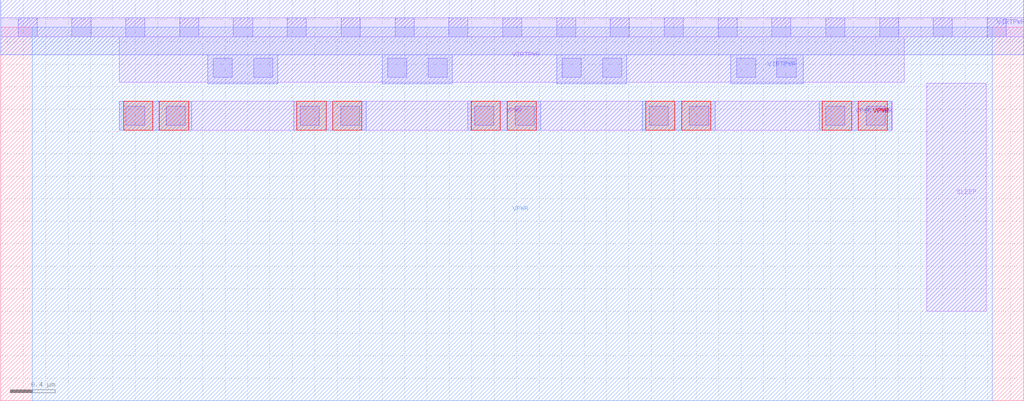
<source format=lef>
# Copyright 2020 The SkyWater PDK Authors
#
# Licensed under the Apache License, Version 2.0 (the "License");
# you may not use this file except in compliance with the License.
# You may obtain a copy of the License at
#
#     https://www.apache.org/licenses/LICENSE-2.0
#
# Unless required by applicable law or agreed to in writing, software
# distributed under the License is distributed on an "AS IS" BASIS,
# WITHOUT WARRANTIES OR CONDITIONS OF ANY KIND, either express or implied.
# See the License for the specific language governing permissions and
# limitations under the License.
#
# SPDX-License-Identifier: Apache-2.0

VERSION 5.7 ;
  NAMESCASESENSITIVE ON ;
  NOWIREEXTENSIONATPIN ON ;
  DIVIDERCHAR "/" ;
  BUSBITCHARS "[]" ;
UNITS
  DATABASE MICRONS 200 ;
END UNITS
MACRO sky130_fd_sc_lp__sleep_pargate_plv_7
  CLASS BLOCK ;
  FOREIGN sky130_fd_sc_lp__sleep_pargate_plv_7 ;
  ORIGIN  0.000000  0.000000 ;
  SIZE  9.120000 BY  3.330000 ;
  PIN SLEEP
    ANTENNAGATEAREA  1.050000 ;
    PORT
      LAYER li1 ;
        RECT 8.255000 0.800000 8.785000 2.830000 ;
    END
  END SLEEP
  PIN VIRTPWR
    ANTENNADIFFAREA  1.855000 ;
    PORT
      LAYER li1 ;
        RECT 0.000000 3.245000 9.120000 3.415000 ;
        RECT 1.055000 2.840000 8.055000 3.245000 ;
      LAYER mcon ;
        RECT 0.155000 3.245000 0.325000 3.415000 ;
        RECT 0.635000 3.245000 0.805000 3.415000 ;
        RECT 1.115000 3.245000 1.285000 3.415000 ;
        RECT 1.595000 3.245000 1.765000 3.415000 ;
        RECT 1.895000 2.885000 2.065000 3.055000 ;
        RECT 2.075000 3.245000 2.245000 3.415000 ;
        RECT 2.255000 2.885000 2.425000 3.055000 ;
        RECT 2.555000 3.245000 2.725000 3.415000 ;
        RECT 3.035000 3.245000 3.205000 3.415000 ;
        RECT 3.450000 2.885000 3.620000 3.055000 ;
        RECT 3.515000 3.245000 3.685000 3.415000 ;
        RECT 3.810000 2.885000 3.980000 3.055000 ;
        RECT 3.995000 3.245000 4.165000 3.415000 ;
        RECT 4.475000 3.245000 4.645000 3.415000 ;
        RECT 4.955000 3.245000 5.125000 3.415000 ;
        RECT 5.005000 2.885000 5.175000 3.055000 ;
        RECT 5.365000 2.885000 5.535000 3.055000 ;
        RECT 5.435000 3.245000 5.605000 3.415000 ;
        RECT 5.915000 3.245000 6.085000 3.415000 ;
        RECT 6.395000 3.245000 6.565000 3.415000 ;
        RECT 6.560000 2.885000 6.730000 3.055000 ;
        RECT 6.875000 3.245000 7.045000 3.415000 ;
        RECT 6.920000 2.885000 7.090000 3.055000 ;
        RECT 7.355000 3.245000 7.525000 3.415000 ;
        RECT 7.835000 3.245000 8.005000 3.415000 ;
        RECT 8.315000 3.245000 8.485000 3.415000 ;
        RECT 8.795000 3.245000 8.965000 3.415000 ;
      LAYER met1 ;
        RECT 0.000000 3.085000 9.120000 3.575000 ;
        RECT 1.845000 2.825000 2.470000 3.085000 ;
        RECT 3.400000 2.825000 4.025000 3.085000 ;
        RECT 4.955000 2.825000 5.580000 3.085000 ;
        RECT 6.510000 2.825000 7.155000 3.085000 ;
    END
  END VIRTPWR
  PIN VPWR
    USE POWER ;
    PORT
      LAYER li1 ;
        RECT 1.055000 2.410000 7.950000 2.670000 ;
      LAYER mcon ;
        RECT 1.115000 2.455000 1.285000 2.625000 ;
        RECT 1.475000 2.455000 1.645000 2.625000 ;
        RECT 2.670000 2.455000 2.840000 2.625000 ;
        RECT 3.030000 2.455000 3.200000 2.625000 ;
        RECT 4.225000 2.455000 4.395000 2.625000 ;
        RECT 4.585000 2.455000 4.755000 2.625000 ;
        RECT 5.780000 2.455000 5.950000 2.625000 ;
        RECT 6.140000 2.455000 6.310000 2.625000 ;
        RECT 7.355000 2.455000 7.525000 2.625000 ;
        RECT 7.715000 2.455000 7.885000 2.625000 ;
      LAYER met1 ;
        RECT 1.055000 2.410000 1.705000 2.670000 ;
        RECT 2.610000 2.410000 3.260000 2.670000 ;
        RECT 4.165000 2.410000 4.815000 2.670000 ;
        RECT 5.720000 2.410000 6.370000 2.670000 ;
        RECT 7.295000 2.410000 7.945000 2.670000 ;
      LAYER met2 ;
        RECT 0.280000 0.000000 8.840000 3.330000 ;
      LAYER via ;
        RECT 1.095000 2.410000 1.355000 2.670000 ;
        RECT 1.415000 2.410000 1.675000 2.670000 ;
        RECT 2.640000 2.410000 2.900000 2.670000 ;
        RECT 2.960000 2.410000 3.220000 2.670000 ;
        RECT 4.195000 2.410000 4.455000 2.670000 ;
        RECT 4.515000 2.410000 4.775000 2.670000 ;
        RECT 5.750000 2.410000 6.010000 2.670000 ;
        RECT 6.070000 2.410000 6.330000 2.670000 ;
        RECT 7.325000 2.410000 7.585000 2.670000 ;
        RECT 7.645000 2.410000 7.905000 2.670000 ;
    END
  END VPWR
END sky130_fd_sc_lp__sleep_pargate_plv_7

</source>
